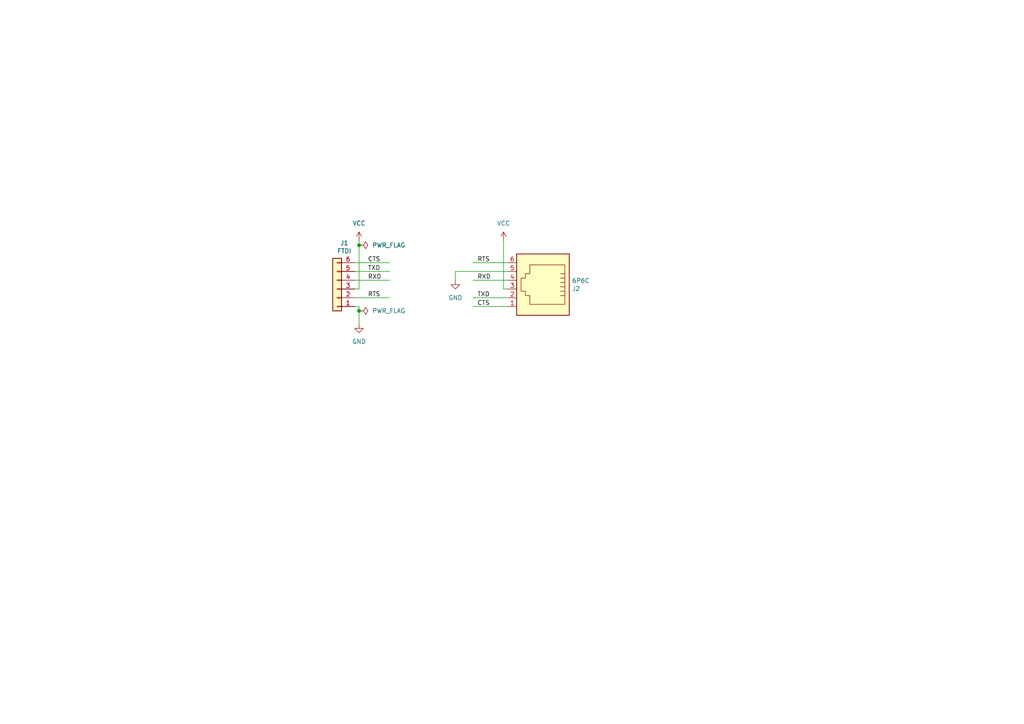
<source format=kicad_sch>
(kicad_sch (version 20211123) (generator eeschema)
  (paper "A4")
  (lib_symbols
    (symbol "Connector:6P6C" (pin_names (offset 1.016))
      (property "Reference" "J" (at -5.08 11.43 0))
      (property "Value" "6P6C" (at 2.54 11.43 0))
      (symbol "6P6C_0_1"
        (polyline (pts (xy -6.35 -1.905) (xy -5.08 -1.905) (xy -5.08 -1.905)))
        (polyline (pts (xy -6.35 -0.635) (xy -5.08 -0.635) (xy -5.08 -0.635)))
        (polyline (pts (xy -6.35 0.635) (xy -5.08 0.635) (xy -5.08 0.635)))
        (polyline (pts (xy -6.35 1.905) (xy -5.08 1.905) (xy -5.08 1.905)))
        (polyline (pts (xy -6.35 3.175) (xy -5.08 3.175) (xy -5.08 3.175)))
        (polyline (pts (xy -5.08 4.445) (xy -6.35 4.445) (xy -6.35 4.445)))
        (polyline (pts (xy -6.35 -4.445) (xy -6.35 6.985) (xy 3.81 6.985) (xy 3.81 4.445) (xy 5.08 4.445) (xy 5.08 3.175) (xy 6.35 3.175) (xy 6.35 -0.635) (xy 5.08 -0.635) (xy 5.08 -1.905) (xy 3.81 -1.905) (xy 3.81 -4.445) (xy -6.35 -4.445) (xy -6.35 -4.445)))
        (rectangle (start 7.62 10.16) (end -7.62 -7.62) (stroke (width 0.254)) (fill (type background)))
      )
      (symbol "6P6C_1_1"
        (pin passive line (at 10.16 -5.08 180) (length 2.54) (name "~") (number "1"))
        (pin passive line (at 10.16 -2.54 180) (length 2.54) (name "~") (number "2"))
        (pin passive line (at 10.16 0 180) (length 2.54) (name "~") (number "3"))
        (pin passive line (at 10.16 2.54 180) (length 2.54) (name "~") (number "4"))
        (pin passive line (at 10.16 5.08 180) (length 2.54) (name "~") (number "5"))
        (pin passive line (at 10.16 7.62 180) (length 2.54) (name "~") (number "6"))
      )
    )
    (symbol "Connector_Generic:Conn_01x06" (pin_names (offset 1.016) hide)
      (property "Reference" "J" (at 0 7.62 0))
      (property "Value" "Conn_01x06" (at 0 -10.16 0))
      (symbol "Conn_01x06_1_1"
        (rectangle (start -1.27 -7.493) (end 0 -7.747) (stroke (width 0.1524)))
        (rectangle (start -1.27 -4.953) (end 0 -5.207) (stroke (width 0.1524)))
        (rectangle (start -1.27 -2.413) (end 0 -2.667) (stroke (width 0.1524)))
        (rectangle (start -1.27 0.127) (end 0 -0.127) (stroke (width 0.1524)))
        (rectangle (start -1.27 2.667) (end 0 2.413) (stroke (width 0.1524)))
        (rectangle (start -1.27 5.207) (end 0 4.953) (stroke (width 0.1524)))
        (rectangle (start -1.27 6.35) (end 1.27 -8.89) (stroke (width 0.254)) (fill (type background)))
        (pin passive line (at -5.08 5.08 0) (length 3.81) (name "Pin_1") (number "1"))
        (pin passive line (at -5.08 2.54 0) (length 3.81) (name "Pin_2") (number "2"))
        (pin passive line (at -5.08 0 0) (length 3.81) (name "Pin_3") (number "3"))
        (pin passive line (at -5.08 -2.54 0) (length 3.81) (name "Pin_4") (number "4"))
        (pin passive line (at -5.08 -5.08 0) (length 3.81) (name "Pin_5") (number "5"))
        (pin passive line (at -5.08 -7.62 0) (length 3.81) (name "Pin_6") (number "6"))
      )
    )
    (symbol "power:GND" (power) (pin_names (offset 0))
      (property "Value" "GND" (at 0 -3.81 0))
      (symbol "GND_0_1"
        (polyline (pts (xy 0 0) (xy 0 -1.27) (xy 1.27 -1.27) (xy 0 -2.54) (xy -1.27 -1.27) (xy 0 -1.27)))
      )
      (symbol "GND_1_1"
        (pin power_in line (at 0 0 270) (length 0) hide (name "GND") (number "1"))
      )
    )
    (symbol "power:PWR_FLAG" (power) (pin_numbers hide) (pin_names (offset 0) hide)
      (property "Value" "PWR_FLAG" (at 0 3.81 0))
      (symbol "PWR_FLAG_0_0"
        (pin power_out line (at 0 0 90) (length 0) (name "pwr") (number "1"))
      )
      (symbol "PWR_FLAG_0_1"
        (polyline (pts (xy 0 0) (xy 0 1.27) (xy -1.016 1.905) (xy 0 2.54) (xy 1.016 1.905) (xy 0 1.27)))
      )
    )
    (symbol "power:VCC" (power) (pin_names (offset 0))
      (property "Value" "VCC" (at 0 3.81 0))
      (symbol "VCC_0_1"
        (polyline (pts (xy -0.762 1.27) (xy 0 2.54)))
        (polyline (pts (xy 0 0) (xy 0 2.54)))
        (polyline (pts (xy 0 2.54) (xy 0.762 1.27)))
      )
      (symbol "VCC_1_1"
        (pin power_in line (at 0 0 90) (length 0) hide (name "VCC") (number "1"))
      )
    )
  )
  (junction (at 104.14 71.12))
  (junction (at 104.14 90.17))
  (wire (pts (xy 104.14 71.12) (xy 104.14 83.82)))
  (wire (pts (xy 104.14 88.9) (xy 104.14 90.17)))
  (wire (pts (xy 102.87 78.74) (xy 113.03 78.74)))
  (wire (pts (xy 147.32 78.74) (xy 132.08 78.74)))
  (wire (pts (xy 137.16 76.2) (xy 147.32 76.2)))
  (wire (pts (xy 132.08 78.74) (xy 132.08 81.28)))
  (wire (pts (xy 104.14 90.17) (xy 104.14 93.98)))
  (wire (pts (xy 146.05 69.85) (xy 146.05 83.82)))
  (wire (pts (xy 102.87 76.2) (xy 113.03 76.2)))
  (wire (pts (xy 137.16 88.9) (xy 147.32 88.9)))
  (wire (pts (xy 137.16 86.36) (xy 147.32 86.36)))
  (wire (pts (xy 137.16 81.28) (xy 147.32 81.28)))
  (wire (pts (xy 147.32 83.82) (xy 146.05 83.82)))
  (wire (pts (xy 102.87 81.28) (xy 113.03 81.28)))
  (wire (pts (xy 102.87 88.9) (xy 104.14 88.9)))
  (wire (pts (xy 102.87 86.36) (xy 113.03 86.36)))
  (wire (pts (xy 104.14 69.85) (xy 104.14 71.12)))
  (wire (pts (xy 102.87 83.82) (xy 104.14 83.82)))
  (label "TXD" (at 138.43 86.36 0))
  (label "RTS" (at 138.43 76.2 0))
  (label "RXD" (at 106.68 81.28 0))
  (label "CTS" (at 106.68 76.2 0))
  (label "RXD" (at 138.43 81.28 0))
  (label "CTS" (at 138.43 88.9 0))
  (label "RTS" (at 106.68 86.36 0))
  (label "TXD" (at 106.68 78.74 0))
  (symbol (lib_id "Connector:6P6C") (at 157.48 83.82 0) (mirror y) (unit 1)
    (property "Reference" "J2" (at 165.862 83.7184 0) (effects (justify right)))
    (property "Value" "6P6C" (at 165.862 81.407 0) (effects (justify right)))
    (property "Footprint" "Connector_RJ:RJ12_Amphenol_54601" (effects hide))
    (property "MPN" "54601-906001WPLF" (effects hide))
    (property "Manufacturer" "Amphenol" (effects hide))
  )
  (symbol (lib_id "Connector_Generic:Conn_01x06") (at 97.79 83.82 180) (unit 1)
    (property "Reference" "J1" (at 99.8728 70.485 0))
    (property "Value" "FTDI" (at 99.8728 72.7964 0))
    (property "Footprint" "Connector_PinHeader_2.54mm:PinHeader_1x06_P2.54mm_Horizontal" (effects hide))
  )
  (symbol (lib_id "power:GND") (at 104.14 93.98 0) (unit 1)
    (property "Reference" "#PWR0103" (effects hide))
    (property "Value" "GND" (at 104.14 99.06 0))
  )
  (symbol (lib_id "power:VCC") (at 104.14 69.85 0) (unit 1)
    (property "Reference" "#PWR0101" (effects hide))
    (property "Value" "VCC" (at 104.14 64.77 0))
  )
  (symbol (lib_id "power:PWR_FLAG") (at 104.14 90.17 270) (unit 1)
    (property "Reference" "#FLG0102" (effects hide))
    (property "Value" "PWR_FLAG" (at 107.95 90.1699 90) (effects (justify left)))
  )
  (symbol (lib_id "power:VCC") (at 146.05 69.85 0) (unit 1)
    (property "Reference" "#PWR0104" (effects hide))
    (property "Value" "VCC" (at 146.05 64.77 0))
  )
  (symbol (lib_id "power:GND") (at 132.08 81.28 0) (unit 1)
    (property "Reference" "#PWR0102" (effects hide))
    (property "Value" "GND" (at 132.08 86.36 0))
  )
  (symbol (lib_id "power:PWR_FLAG") (at 104.14 71.12 270) (unit 1)
    (property "Reference" "#FLG0101" (effects hide))
    (property "Value" "PWR_FLAG" (at 107.95 71.1199 90) (effects (justify left)))
  )
)
</source>
